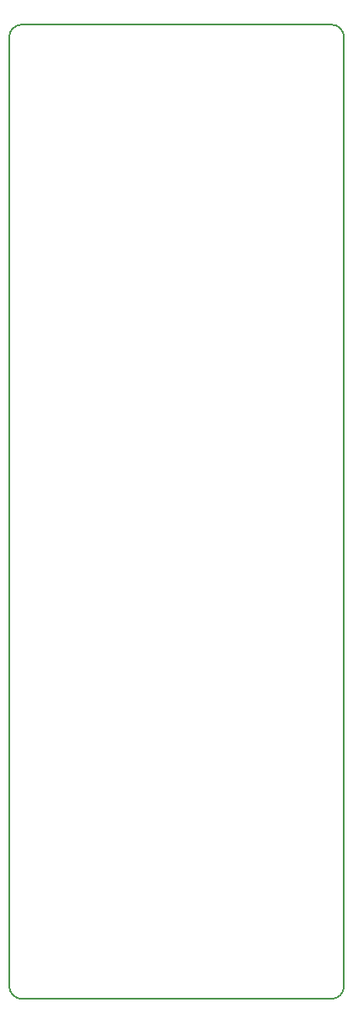
<source format=gm1>
%TF.GenerationSoftware,KiCad,Pcbnew,(5.1.9)-1*%
%TF.CreationDate,2021-05-18T19:43:41+08:00*%
%TF.ProjectId,Tandy1000PowerGeneric,54616e64-7931-4303-9030-506f77657247,rev?*%
%TF.SameCoordinates,Original*%
%TF.FileFunction,Profile,NP*%
%FSLAX46Y46*%
G04 Gerber Fmt 4.6, Leading zero omitted, Abs format (unit mm)*
G04 Created by KiCad (PCBNEW (5.1.9)-1) date 2021-05-18 19:43:41*
%MOMM*%
%LPD*%
G01*
G04 APERTURE LIST*
%TA.AperFunction,Profile*%
%ADD10C,0.150000*%
%TD*%
G04 APERTURE END LIST*
D10*
X149860000Y-144780000D02*
X149860000Y-49530000D01*
X183515000Y-49530000D02*
X183515000Y-144780000D01*
X182245000Y-48260000D02*
X151130000Y-48260000D01*
X151130000Y-146050000D02*
X182245000Y-146050000D01*
X151130000Y-146050000D02*
G75*
G02*
X149860000Y-144780000I0J1270000D01*
G01*
X183515000Y-144780000D02*
G75*
G02*
X182245000Y-146050000I-1270000J0D01*
G01*
X182245000Y-48260000D02*
G75*
G02*
X183515000Y-49530000I0J-1270000D01*
G01*
X149860000Y-49530000D02*
G75*
G02*
X151130000Y-48260000I1270000J0D01*
G01*
M02*

</source>
